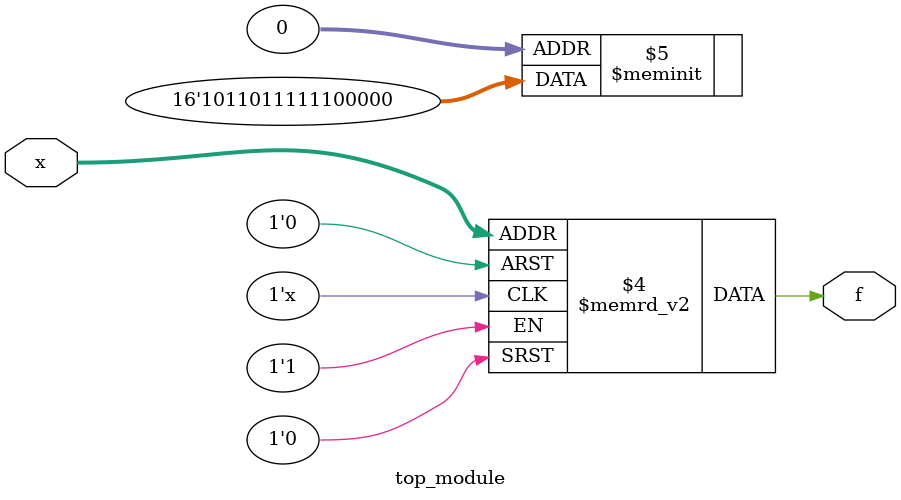
<source format=sv>
module top_module (
    input [4:1] x,
    output logic f
);

    always_comb begin
        case (x)
            4'b0000, 4'b0010, 4'b0011, 4'b0100: f = 1'b0;
            4'b0101, 4'b0110, 4'b1000, 4'b1001, 4'b1100, 4'b1101: f = 1'b1;
            4'b0001, 4'b1011, 4'b1110: f = 1'b0;
            4'b0111: f = 1'b1;
            default: f = 1'b1; // Previously incorrect value
        endcase
    end

endmodule

</source>
